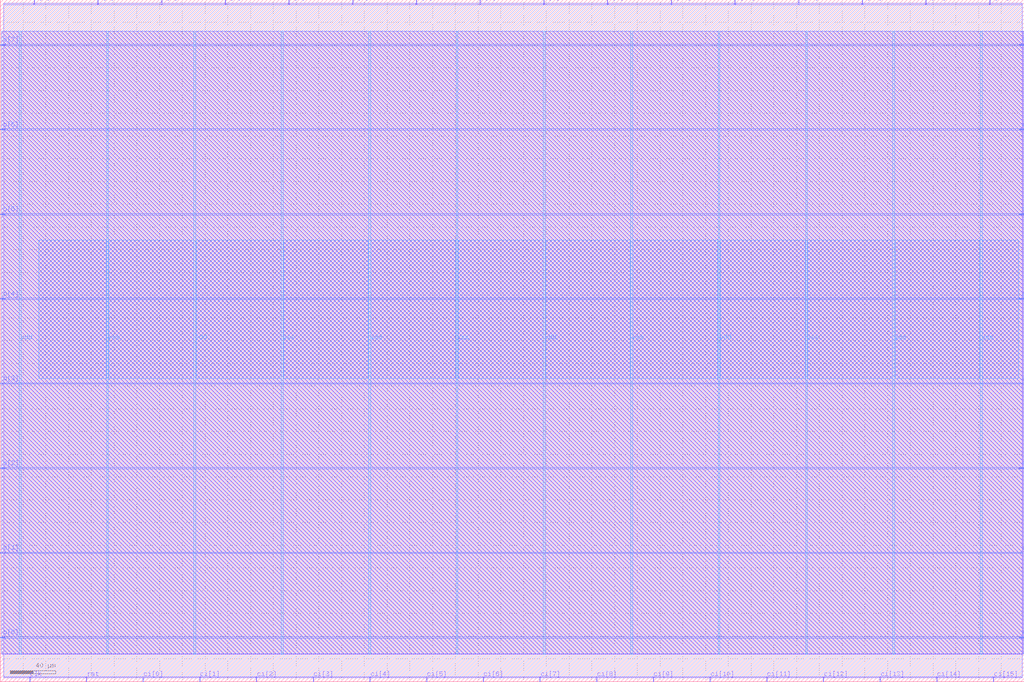
<source format=lef>
VERSION 5.7 ;
  NOWIREEXTENSIONATPIN ON ;
  DIVIDERCHAR "/" ;
  BUSBITCHARS "[]" ;
MACRO ffra
  CLASS BLOCK ;
  FOREIGN ffra ;
  ORIGIN 0.000 0.000 ;
  SIZE 900.000 BY 600.000 ;
  PIN a[0]
    DIRECTION INPUT ;
    USE SIGNAL ;
    PORT
      LAYER Metal3 ;
        RECT 896.000 38.640 900.000 39.200 ;
    END
  END a[0]
  PIN a[1]
    DIRECTION INPUT ;
    USE SIGNAL ;
    PORT
      LAYER Metal3 ;
        RECT 896.000 113.120 900.000 113.680 ;
    END
  END a[1]
  PIN a[2]
    DIRECTION INPUT ;
    USE SIGNAL ;
    PORT
      LAYER Metal3 ;
        RECT 896.000 187.600 900.000 188.160 ;
    END
  END a[2]
  PIN a[3]
    DIRECTION INPUT ;
    USE SIGNAL ;
    PORT
      LAYER Metal3 ;
        RECT 896.000 262.080 900.000 262.640 ;
    END
  END a[3]
  PIN a[4]
    DIRECTION INPUT ;
    USE SIGNAL ;
    PORT
      LAYER Metal3 ;
        RECT 896.000 336.560 900.000 337.120 ;
    END
  END a[4]
  PIN a[5]
    DIRECTION INPUT ;
    USE SIGNAL ;
    PORT
      LAYER Metal3 ;
        RECT 896.000 411.040 900.000 411.600 ;
    END
  END a[5]
  PIN a[6]
    DIRECTION INPUT ;
    USE SIGNAL ;
    PORT
      LAYER Metal3 ;
        RECT 896.000 485.520 900.000 486.080 ;
    END
  END a[6]
  PIN a[7]
    DIRECTION INPUT ;
    USE SIGNAL ;
    PORT
      LAYER Metal3 ;
        RECT 896.000 560.000 900.000 560.560 ;
    END
  END a[7]
  PIN b[0]
    DIRECTION INPUT ;
    USE SIGNAL ;
    PORT
      LAYER Metal3 ;
        RECT 0.000 38.640 4.000 39.200 ;
    END
  END b[0]
  PIN b[1]
    DIRECTION INPUT ;
    USE SIGNAL ;
    PORT
      LAYER Metal3 ;
        RECT 0.000 113.120 4.000 113.680 ;
    END
  END b[1]
  PIN b[2]
    DIRECTION INPUT ;
    USE SIGNAL ;
    PORT
      LAYER Metal3 ;
        RECT 0.000 187.600 4.000 188.160 ;
    END
  END b[2]
  PIN b[3]
    DIRECTION INPUT ;
    USE SIGNAL ;
    PORT
      LAYER Metal3 ;
        RECT 0.000 262.080 4.000 262.640 ;
    END
  END b[3]
  PIN b[4]
    DIRECTION INPUT ;
    USE SIGNAL ;
    PORT
      LAYER Metal3 ;
        RECT 0.000 336.560 4.000 337.120 ;
    END
  END b[4]
  PIN b[5]
    DIRECTION INPUT ;
    USE SIGNAL ;
    PORT
      LAYER Metal3 ;
        RECT 0.000 411.040 4.000 411.600 ;
    END
  END b[5]
  PIN b[6]
    DIRECTION INPUT ;
    USE SIGNAL ;
    PORT
      LAYER Metal3 ;
        RECT 0.000 485.520 4.000 486.080 ;
    END
  END b[6]
  PIN b[7]
    DIRECTION INPUT ;
    USE SIGNAL ;
    PORT
      LAYER Metal3 ;
        RECT 0.000 560.000 4.000 560.560 ;
    END
  END b[7]
  PIN ci[0]
    DIRECTION INPUT ;
    USE SIGNAL ;
    PORT
      LAYER Metal2 ;
        RECT 125.440 0.000 126.000 4.000 ;
    END
  END ci[0]
  PIN ci[10]
    DIRECTION INPUT ;
    USE SIGNAL ;
    PORT
      LAYER Metal2 ;
        RECT 623.840 0.000 624.400 4.000 ;
    END
  END ci[10]
  PIN ci[11]
    DIRECTION INPUT ;
    USE SIGNAL ;
    PORT
      LAYER Metal2 ;
        RECT 673.680 0.000 674.240 4.000 ;
    END
  END ci[11]
  PIN ci[12]
    DIRECTION INPUT ;
    USE SIGNAL ;
    PORT
      LAYER Metal2 ;
        RECT 723.520 0.000 724.080 4.000 ;
    END
  END ci[12]
  PIN ci[13]
    DIRECTION INPUT ;
    USE SIGNAL ;
    PORT
      LAYER Metal2 ;
        RECT 773.360 0.000 773.920 4.000 ;
    END
  END ci[13]
  PIN ci[14]
    DIRECTION INPUT ;
    USE SIGNAL ;
    PORT
      LAYER Metal2 ;
        RECT 823.200 0.000 823.760 4.000 ;
    END
  END ci[14]
  PIN ci[15]
    DIRECTION INPUT ;
    USE SIGNAL ;
    PORT
      LAYER Metal2 ;
        RECT 873.040 0.000 873.600 4.000 ;
    END
  END ci[15]
  PIN ci[1]
    DIRECTION INPUT ;
    USE SIGNAL ;
    PORT
      LAYER Metal2 ;
        RECT 175.280 0.000 175.840 4.000 ;
    END
  END ci[1]
  PIN ci[2]
    DIRECTION INPUT ;
    USE SIGNAL ;
    PORT
      LAYER Metal2 ;
        RECT 225.120 0.000 225.680 4.000 ;
    END
  END ci[2]
  PIN ci[3]
    DIRECTION INPUT ;
    USE SIGNAL ;
    PORT
      LAYER Metal2 ;
        RECT 274.960 0.000 275.520 4.000 ;
    END
  END ci[3]
  PIN ci[4]
    DIRECTION INPUT ;
    USE SIGNAL ;
    PORT
      LAYER Metal2 ;
        RECT 324.800 0.000 325.360 4.000 ;
    END
  END ci[4]
  PIN ci[5]
    DIRECTION INPUT ;
    USE SIGNAL ;
    PORT
      LAYER Metal2 ;
        RECT 374.640 0.000 375.200 4.000 ;
    END
  END ci[5]
  PIN ci[6]
    DIRECTION INPUT ;
    USE SIGNAL ;
    PORT
      LAYER Metal2 ;
        RECT 424.480 0.000 425.040 4.000 ;
    END
  END ci[6]
  PIN ci[7]
    DIRECTION INPUT ;
    USE SIGNAL ;
    PORT
      LAYER Metal2 ;
        RECT 474.320 0.000 474.880 4.000 ;
    END
  END ci[7]
  PIN ci[8]
    DIRECTION INPUT ;
    USE SIGNAL ;
    PORT
      LAYER Metal2 ;
        RECT 524.160 0.000 524.720 4.000 ;
    END
  END ci[8]
  PIN ci[9]
    DIRECTION INPUT ;
    USE SIGNAL ;
    PORT
      LAYER Metal2 ;
        RECT 574.000 0.000 574.560 4.000 ;
    END
  END ci[9]
  PIN clk
    DIRECTION INPUT ;
    USE SIGNAL ;
    PORT
      LAYER Metal2 ;
        RECT 25.760 0.000 26.320 4.000 ;
    END
  END clk
  PIN o[0]
    DIRECTION OUTPUT TRISTATE ;
    USE SIGNAL ;
    PORT
      LAYER Metal2 ;
        RECT 29.680 596.000 30.240 600.000 ;
    END
  END o[0]
  PIN o[10]
    DIRECTION OUTPUT TRISTATE ;
    USE SIGNAL ;
    PORT
      LAYER Metal2 ;
        RECT 589.680 596.000 590.240 600.000 ;
    END
  END o[10]
  PIN o[11]
    DIRECTION OUTPUT TRISTATE ;
    USE SIGNAL ;
    PORT
      LAYER Metal2 ;
        RECT 645.680 596.000 646.240 600.000 ;
    END
  END o[11]
  PIN o[12]
    DIRECTION OUTPUT TRISTATE ;
    USE SIGNAL ;
    PORT
      LAYER Metal2 ;
        RECT 701.680 596.000 702.240 600.000 ;
    END
  END o[12]
  PIN o[13]
    DIRECTION OUTPUT TRISTATE ;
    USE SIGNAL ;
    PORT
      LAYER Metal2 ;
        RECT 757.680 596.000 758.240 600.000 ;
    END
  END o[13]
  PIN o[14]
    DIRECTION OUTPUT TRISTATE ;
    USE SIGNAL ;
    PORT
      LAYER Metal2 ;
        RECT 813.680 596.000 814.240 600.000 ;
    END
  END o[14]
  PIN o[15]
    DIRECTION OUTPUT TRISTATE ;
    USE SIGNAL ;
    PORT
      LAYER Metal2 ;
        RECT 869.680 596.000 870.240 600.000 ;
    END
  END o[15]
  PIN o[1]
    DIRECTION OUTPUT TRISTATE ;
    USE SIGNAL ;
    PORT
      LAYER Metal2 ;
        RECT 85.680 596.000 86.240 600.000 ;
    END
  END o[1]
  PIN o[2]
    DIRECTION OUTPUT TRISTATE ;
    USE SIGNAL ;
    PORT
      LAYER Metal2 ;
        RECT 141.680 596.000 142.240 600.000 ;
    END
  END o[2]
  PIN o[3]
    DIRECTION OUTPUT TRISTATE ;
    USE SIGNAL ;
    PORT
      LAYER Metal2 ;
        RECT 197.680 596.000 198.240 600.000 ;
    END
  END o[3]
  PIN o[4]
    DIRECTION OUTPUT TRISTATE ;
    USE SIGNAL ;
    PORT
      LAYER Metal2 ;
        RECT 253.680 596.000 254.240 600.000 ;
    END
  END o[4]
  PIN o[5]
    DIRECTION OUTPUT TRISTATE ;
    USE SIGNAL ;
    PORT
      LAYER Metal2 ;
        RECT 309.680 596.000 310.240 600.000 ;
    END
  END o[5]
  PIN o[6]
    DIRECTION OUTPUT TRISTATE ;
    USE SIGNAL ;
    PORT
      LAYER Metal2 ;
        RECT 365.680 596.000 366.240 600.000 ;
    END
  END o[6]
  PIN o[7]
    DIRECTION OUTPUT TRISTATE ;
    USE SIGNAL ;
    PORT
      LAYER Metal2 ;
        RECT 421.680 596.000 422.240 600.000 ;
    END
  END o[7]
  PIN o[8]
    DIRECTION OUTPUT TRISTATE ;
    USE SIGNAL ;
    PORT
      LAYER Metal2 ;
        RECT 477.680 596.000 478.240 600.000 ;
    END
  END o[8]
  PIN o[9]
    DIRECTION OUTPUT TRISTATE ;
    USE SIGNAL ;
    PORT
      LAYER Metal2 ;
        RECT 533.680 596.000 534.240 600.000 ;
    END
  END o[9]
  PIN rst
    DIRECTION INPUT ;
    USE SIGNAL ;
    PORT
      LAYER Metal2 ;
        RECT 75.600 0.000 76.160 4.000 ;
    END
  END rst
  PIN vdd
    DIRECTION INOUT ;
    USE POWER ;
    PORT
      LAYER Metal4 ;
        RECT 16.720 24.300 18.320 572.250 ;
    END
    PORT
      LAYER Metal4 ;
        RECT 170.320 24.300 171.920 572.250 ;
    END
    PORT
      LAYER Metal4 ;
        RECT 323.920 24.300 325.520 572.250 ;
    END
    PORT
      LAYER Metal4 ;
        RECT 477.520 24.300 479.120 572.250 ;
    END
    PORT
      LAYER Metal4 ;
        RECT 631.120 24.300 632.720 572.250 ;
    END
    PORT
      LAYER Metal4 ;
        RECT 784.720 24.300 786.320 572.250 ;
    END
  END vdd
  PIN vss
    DIRECTION INOUT ;
    USE GROUND ;
    PORT
      LAYER Metal4 ;
        RECT 93.520 24.300 95.120 572.250 ;
    END
    PORT
      LAYER Metal4 ;
        RECT 247.120 24.300 248.720 572.250 ;
    END
    PORT
      LAYER Metal4 ;
        RECT 400.720 24.300 402.320 572.250 ;
    END
    PORT
      LAYER Metal4 ;
        RECT 554.320 24.300 555.920 572.250 ;
    END
    PORT
      LAYER Metal4 ;
        RECT 707.920 24.300 709.520 572.250 ;
    END
    PORT
      LAYER Metal4 ;
        RECT 861.520 24.300 863.120 572.250 ;
    END
  END vss
  OBS
      LAYER Metal1 ;
        RECT 1.200 24.300 898.800 572.250 ;
      LAYER Metal2 ;
        RECT 2.940 595.700 29.380 596.820 ;
        RECT 30.540 595.700 85.380 596.820 ;
        RECT 86.540 595.700 141.380 596.820 ;
        RECT 142.540 595.700 197.380 596.820 ;
        RECT 198.540 595.700 253.380 596.820 ;
        RECT 254.540 595.700 309.380 596.820 ;
        RECT 310.540 595.700 365.380 596.820 ;
        RECT 366.540 595.700 421.380 596.820 ;
        RECT 422.540 595.700 477.380 596.820 ;
        RECT 478.540 595.700 533.380 596.820 ;
        RECT 534.540 595.700 589.380 596.820 ;
        RECT 590.540 595.700 645.380 596.820 ;
        RECT 646.540 595.700 701.380 596.820 ;
        RECT 702.540 595.700 757.380 596.820 ;
        RECT 758.540 595.700 813.380 596.820 ;
        RECT 814.540 595.700 869.380 596.820 ;
        RECT 870.540 595.700 898.660 596.820 ;
        RECT 2.940 4.300 898.660 595.700 ;
        RECT 2.940 3.500 25.460 4.300 ;
        RECT 26.620 3.500 75.300 4.300 ;
        RECT 76.460 3.500 125.140 4.300 ;
        RECT 126.300 3.500 174.980 4.300 ;
        RECT 176.140 3.500 224.820 4.300 ;
        RECT 225.980 3.500 274.660 4.300 ;
        RECT 275.820 3.500 324.500 4.300 ;
        RECT 325.660 3.500 374.340 4.300 ;
        RECT 375.500 3.500 424.180 4.300 ;
        RECT 425.340 3.500 474.020 4.300 ;
        RECT 475.180 3.500 523.860 4.300 ;
        RECT 525.020 3.500 573.700 4.300 ;
        RECT 574.860 3.500 623.540 4.300 ;
        RECT 624.700 3.500 673.380 4.300 ;
        RECT 674.540 3.500 723.220 4.300 ;
        RECT 724.380 3.500 773.060 4.300 ;
        RECT 774.220 3.500 822.900 4.300 ;
        RECT 824.060 3.500 872.740 4.300 ;
        RECT 873.900 3.500 898.660 4.300 ;
      LAYER Metal3 ;
        RECT 1.260 560.860 899.780 572.090 ;
        RECT 4.300 559.700 895.700 560.860 ;
        RECT 1.260 486.380 899.780 559.700 ;
        RECT 4.300 485.220 895.700 486.380 ;
        RECT 1.260 411.900 899.780 485.220 ;
        RECT 4.300 410.740 895.700 411.900 ;
        RECT 1.260 337.420 899.780 410.740 ;
        RECT 4.300 336.260 895.700 337.420 ;
        RECT 1.260 262.940 899.780 336.260 ;
        RECT 4.300 261.780 895.700 262.940 ;
        RECT 1.260 188.460 899.780 261.780 ;
        RECT 4.300 187.300 895.700 188.460 ;
        RECT 1.260 113.980 899.780 187.300 ;
        RECT 4.300 112.820 895.700 113.980 ;
        RECT 1.260 39.500 899.780 112.820 ;
        RECT 4.300 38.340 895.700 39.500 ;
        RECT 1.260 24.460 899.780 38.340 ;
      LAYER Metal4 ;
        RECT 33.740 266.650 93.220 388.550 ;
        RECT 95.420 266.650 170.020 388.550 ;
        RECT 172.220 266.650 246.820 388.550 ;
        RECT 249.020 266.650 323.620 388.550 ;
        RECT 325.820 266.650 400.420 388.550 ;
        RECT 402.620 266.650 477.220 388.550 ;
        RECT 479.420 266.650 554.020 388.550 ;
        RECT 556.220 266.650 630.820 388.550 ;
        RECT 633.020 266.650 707.620 388.550 ;
        RECT 709.820 266.650 784.420 388.550 ;
        RECT 786.620 266.650 861.220 388.550 ;
        RECT 863.420 266.650 895.300 388.550 ;
  END
END ffra
END LIBRARY


</source>
